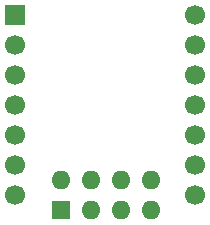
<source format=gbr>
%TF.GenerationSoftware,KiCad,Pcbnew,8.0.3*%
%TF.CreationDate,2024-07-22T10:14:55+02:00*%
%TF.ProjectId,Untitled,556e7469-746c-4656-942e-6b696361645f,rev?*%
%TF.SameCoordinates,Original*%
%TF.FileFunction,Soldermask,Bot*%
%TF.FilePolarity,Negative*%
%FSLAX46Y46*%
G04 Gerber Fmt 4.6, Leading zero omitted, Abs format (unit mm)*
G04 Created by KiCad (PCBNEW 8.0.3) date 2024-07-22 10:14:55*
%MOMM*%
%LPD*%
G01*
G04 APERTURE LIST*
%ADD10R,1.700000X1.700000*%
%ADD11C,1.700000*%
%ADD12R,1.600000X1.600000*%
%ADD13O,1.600000X1.600000*%
G04 APERTURE END LIST*
D10*
%TO.C,U1*%
X89826500Y-49537590D03*
D11*
X89826500Y-52077590D03*
X89826500Y-54617590D03*
X89826500Y-57157590D03*
X89826500Y-59697590D03*
X89826500Y-62237590D03*
X89826500Y-64777590D03*
X105076500Y-64777590D03*
X105076500Y-62237590D03*
X105076500Y-59697590D03*
X105076500Y-57157590D03*
X105076500Y-54617590D03*
X105076500Y-52077590D03*
X105076500Y-49537590D03*
%TD*%
D12*
%TO.C,J1*%
X93726000Y-66040000D03*
D13*
X96266000Y-66040000D03*
X98806000Y-66040000D03*
X101346000Y-66040000D03*
X101346000Y-63500000D03*
X98806000Y-63500000D03*
X96266000Y-63500000D03*
X93726000Y-63500000D03*
%TD*%
M02*

</source>
